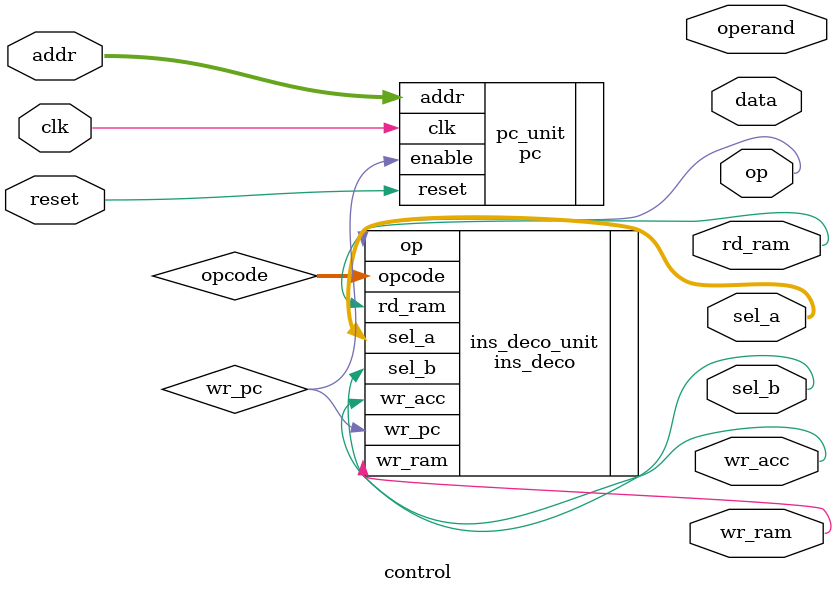
<source format=v>
`timescale 1ns / 1ps
module control(
				input clk, reset,
				input [10:0] addr,
				output [15:0] data,
				output [1:0] sel_a,
				output sel_b,
				output wr_acc,
				output op,
				output wr_ram,
				output rd_ram,
				output [10:0] operand
				);

	wire wr_pc;
	reg [4:0] opcode;

	pc pc_unit
		(.clk(clk), .reset(reset), .enable(wr_pc), .addr(addr));

	ins_deco ins_deco_unit
		(.wr_pc(wr_pc), .sel_a(sel_a), .sel_b(sel_b), .wr_acc(wr_acc),
		 .op(op), .wr_ram(wr_ram), .rd_ram(rd_ram), .opcode(opcode));


endmodule

</source>
